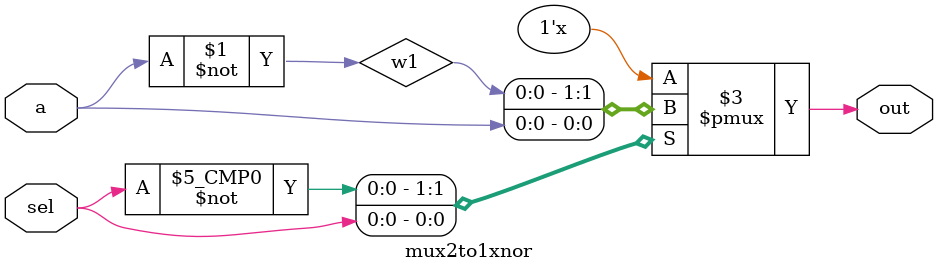
<source format=v>
`timescale 1ns / 1ps
module mux2to1xnor(
input a,
input sel,
output reg out

    );
    wire w1;
    assign w1 = ~a;
    always@(*)begin
    case(sel)
    1'b0 : out = w1;
    1'b1 : out = a;
    default : out = a;
    endcase
    end
    
endmodule


</source>
